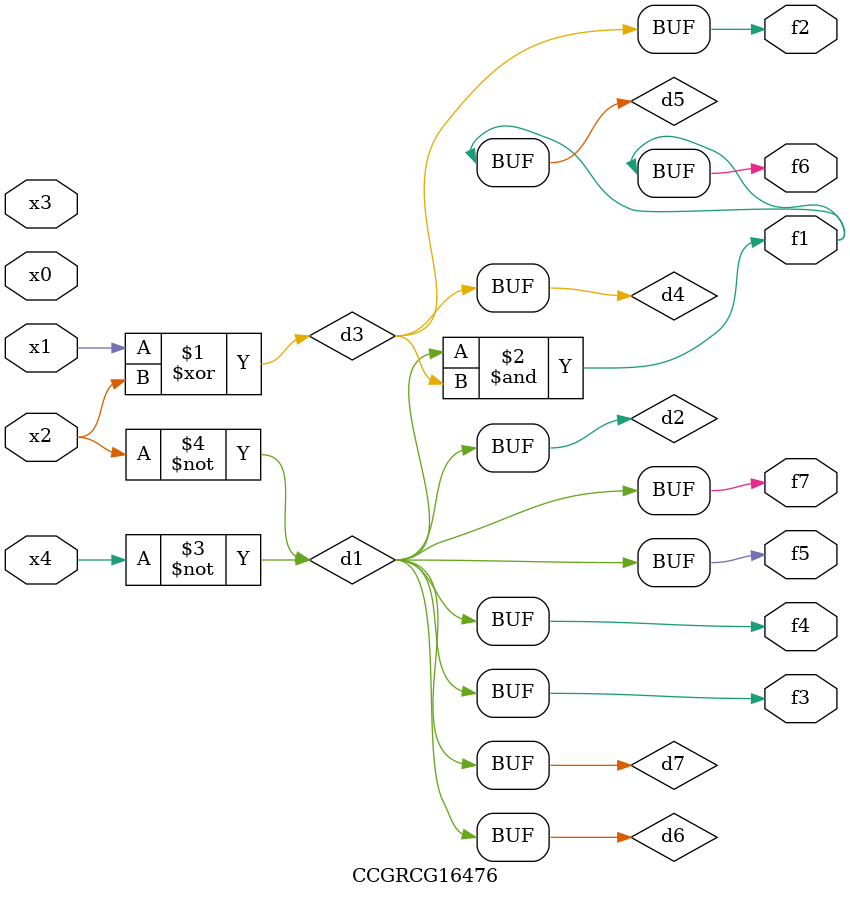
<source format=v>
module CCGRCG16476(
	input x0, x1, x2, x3, x4,
	output f1, f2, f3, f4, f5, f6, f7
);

	wire d1, d2, d3, d4, d5, d6, d7;

	not (d1, x4);
	not (d2, x2);
	xor (d3, x1, x2);
	buf (d4, d3);
	and (d5, d1, d3);
	buf (d6, d1, d2);
	buf (d7, d2);
	assign f1 = d5;
	assign f2 = d4;
	assign f3 = d7;
	assign f4 = d7;
	assign f5 = d7;
	assign f6 = d5;
	assign f7 = d7;
endmodule

</source>
